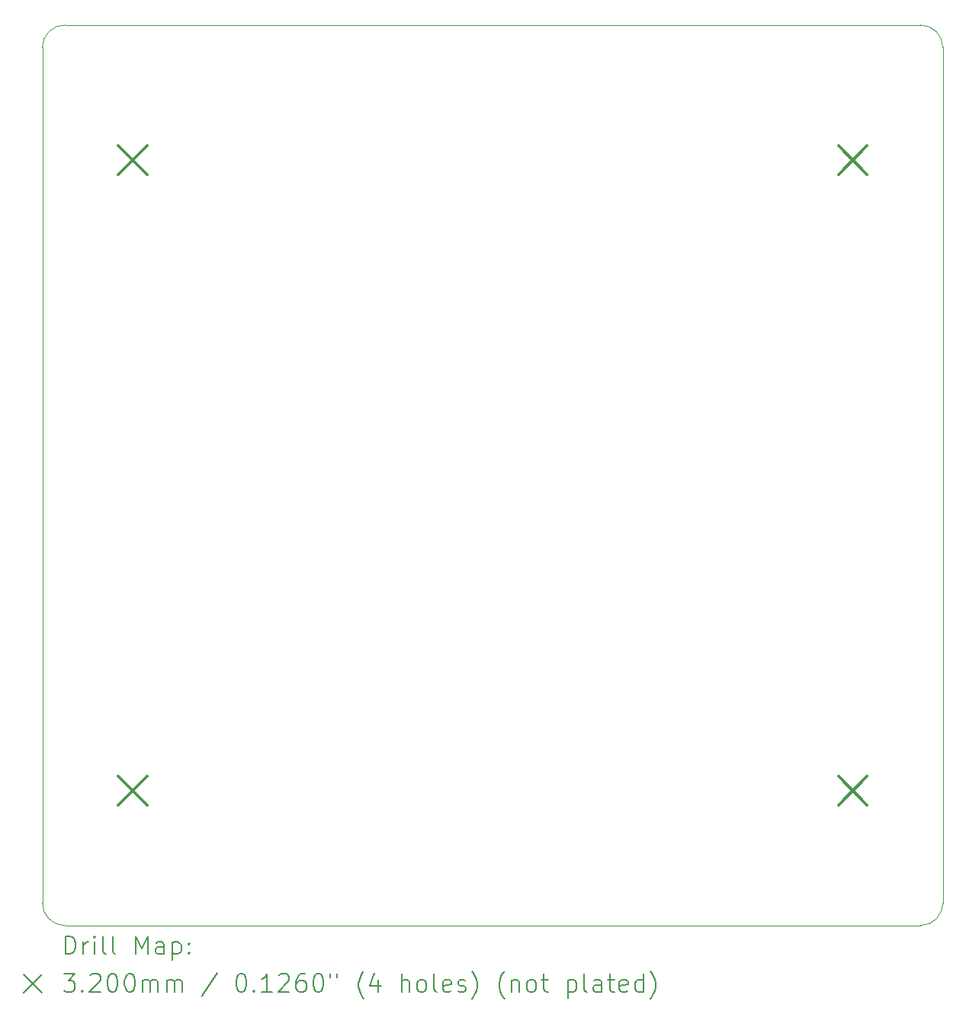
<source format=gbr>
%TF.GenerationSoftware,KiCad,Pcbnew,8.0.7*%
%TF.CreationDate,2025-01-07T02:17:38-08:00*%
%TF.ProjectId,standalone_pi_loop,7374616e-6461-46c6-9f6e-655f70695f6c,rev?*%
%TF.SameCoordinates,Original*%
%TF.FileFunction,Drillmap*%
%TF.FilePolarity,Positive*%
%FSLAX45Y45*%
G04 Gerber Fmt 4.5, Leading zero omitted, Abs format (unit mm)*
G04 Created by KiCad (PCBNEW 8.0.7) date 2025-01-07 02:17:38*
%MOMM*%
%LPD*%
G01*
G04 APERTURE LIST*
%ADD10C,0.100000*%
%ADD11C,0.200000*%
%ADD12C,0.320000*%
G04 APERTURE END LIST*
D10*
X10250000Y-15000000D02*
X19750000Y-15000000D01*
X10000000Y-5250000D02*
G75*
G02*
X10250000Y-5000000I250000J0D01*
G01*
X19750000Y-5000000D02*
G75*
G02*
X20000000Y-5250000I0J-250000D01*
G01*
X10250000Y-15000000D02*
G75*
G02*
X10000000Y-14750000I0J250000D01*
G01*
X19750000Y-5000000D02*
X10250000Y-5000000D01*
X20000000Y-5250000D02*
X20000000Y-14750000D01*
X10000000Y-5250000D02*
X10000000Y-14750000D01*
X20000000Y-14750000D02*
G75*
G02*
X19750000Y-15000000I-250000J0D01*
G01*
D11*
D12*
X10840000Y-6340000D02*
X11160000Y-6660000D01*
X11160000Y-6340000D02*
X10840000Y-6660000D01*
X10840000Y-13340000D02*
X11160000Y-13660000D01*
X11160000Y-13340000D02*
X10840000Y-13660000D01*
X18840000Y-6340000D02*
X19160000Y-6660000D01*
X19160000Y-6340000D02*
X18840000Y-6660000D01*
X18840000Y-13340000D02*
X19160000Y-13660000D01*
X19160000Y-13340000D02*
X18840000Y-13660000D01*
D11*
X10255777Y-15316484D02*
X10255777Y-15116484D01*
X10255777Y-15116484D02*
X10303396Y-15116484D01*
X10303396Y-15116484D02*
X10331967Y-15126008D01*
X10331967Y-15126008D02*
X10351015Y-15145055D01*
X10351015Y-15145055D02*
X10360539Y-15164103D01*
X10360539Y-15164103D02*
X10370063Y-15202198D01*
X10370063Y-15202198D02*
X10370063Y-15230769D01*
X10370063Y-15230769D02*
X10360539Y-15268865D01*
X10360539Y-15268865D02*
X10351015Y-15287912D01*
X10351015Y-15287912D02*
X10331967Y-15306960D01*
X10331967Y-15306960D02*
X10303396Y-15316484D01*
X10303396Y-15316484D02*
X10255777Y-15316484D01*
X10455777Y-15316484D02*
X10455777Y-15183150D01*
X10455777Y-15221246D02*
X10465301Y-15202198D01*
X10465301Y-15202198D02*
X10474824Y-15192674D01*
X10474824Y-15192674D02*
X10493872Y-15183150D01*
X10493872Y-15183150D02*
X10512920Y-15183150D01*
X10579586Y-15316484D02*
X10579586Y-15183150D01*
X10579586Y-15116484D02*
X10570063Y-15126008D01*
X10570063Y-15126008D02*
X10579586Y-15135531D01*
X10579586Y-15135531D02*
X10589110Y-15126008D01*
X10589110Y-15126008D02*
X10579586Y-15116484D01*
X10579586Y-15116484D02*
X10579586Y-15135531D01*
X10703396Y-15316484D02*
X10684348Y-15306960D01*
X10684348Y-15306960D02*
X10674824Y-15287912D01*
X10674824Y-15287912D02*
X10674824Y-15116484D01*
X10808158Y-15316484D02*
X10789110Y-15306960D01*
X10789110Y-15306960D02*
X10779586Y-15287912D01*
X10779586Y-15287912D02*
X10779586Y-15116484D01*
X11036729Y-15316484D02*
X11036729Y-15116484D01*
X11036729Y-15116484D02*
X11103396Y-15259341D01*
X11103396Y-15259341D02*
X11170063Y-15116484D01*
X11170063Y-15116484D02*
X11170063Y-15316484D01*
X11351015Y-15316484D02*
X11351015Y-15211722D01*
X11351015Y-15211722D02*
X11341491Y-15192674D01*
X11341491Y-15192674D02*
X11322443Y-15183150D01*
X11322443Y-15183150D02*
X11284348Y-15183150D01*
X11284348Y-15183150D02*
X11265301Y-15192674D01*
X11351015Y-15306960D02*
X11331967Y-15316484D01*
X11331967Y-15316484D02*
X11284348Y-15316484D01*
X11284348Y-15316484D02*
X11265301Y-15306960D01*
X11265301Y-15306960D02*
X11255777Y-15287912D01*
X11255777Y-15287912D02*
X11255777Y-15268865D01*
X11255777Y-15268865D02*
X11265301Y-15249817D01*
X11265301Y-15249817D02*
X11284348Y-15240293D01*
X11284348Y-15240293D02*
X11331967Y-15240293D01*
X11331967Y-15240293D02*
X11351015Y-15230769D01*
X11446253Y-15183150D02*
X11446253Y-15383150D01*
X11446253Y-15192674D02*
X11465301Y-15183150D01*
X11465301Y-15183150D02*
X11503396Y-15183150D01*
X11503396Y-15183150D02*
X11522443Y-15192674D01*
X11522443Y-15192674D02*
X11531967Y-15202198D01*
X11531967Y-15202198D02*
X11541491Y-15221246D01*
X11541491Y-15221246D02*
X11541491Y-15278388D01*
X11541491Y-15278388D02*
X11531967Y-15297436D01*
X11531967Y-15297436D02*
X11522443Y-15306960D01*
X11522443Y-15306960D02*
X11503396Y-15316484D01*
X11503396Y-15316484D02*
X11465301Y-15316484D01*
X11465301Y-15316484D02*
X11446253Y-15306960D01*
X11627205Y-15297436D02*
X11636729Y-15306960D01*
X11636729Y-15306960D02*
X11627205Y-15316484D01*
X11627205Y-15316484D02*
X11617682Y-15306960D01*
X11617682Y-15306960D02*
X11627205Y-15297436D01*
X11627205Y-15297436D02*
X11627205Y-15316484D01*
X11627205Y-15192674D02*
X11636729Y-15202198D01*
X11636729Y-15202198D02*
X11627205Y-15211722D01*
X11627205Y-15211722D02*
X11617682Y-15202198D01*
X11617682Y-15202198D02*
X11627205Y-15192674D01*
X11627205Y-15192674D02*
X11627205Y-15211722D01*
X9795000Y-15545000D02*
X9995000Y-15745000D01*
X9995000Y-15545000D02*
X9795000Y-15745000D01*
X10236729Y-15536484D02*
X10360539Y-15536484D01*
X10360539Y-15536484D02*
X10293872Y-15612674D01*
X10293872Y-15612674D02*
X10322444Y-15612674D01*
X10322444Y-15612674D02*
X10341491Y-15622198D01*
X10341491Y-15622198D02*
X10351015Y-15631722D01*
X10351015Y-15631722D02*
X10360539Y-15650769D01*
X10360539Y-15650769D02*
X10360539Y-15698388D01*
X10360539Y-15698388D02*
X10351015Y-15717436D01*
X10351015Y-15717436D02*
X10341491Y-15726960D01*
X10341491Y-15726960D02*
X10322444Y-15736484D01*
X10322444Y-15736484D02*
X10265301Y-15736484D01*
X10265301Y-15736484D02*
X10246253Y-15726960D01*
X10246253Y-15726960D02*
X10236729Y-15717436D01*
X10446253Y-15717436D02*
X10455777Y-15726960D01*
X10455777Y-15726960D02*
X10446253Y-15736484D01*
X10446253Y-15736484D02*
X10436729Y-15726960D01*
X10436729Y-15726960D02*
X10446253Y-15717436D01*
X10446253Y-15717436D02*
X10446253Y-15736484D01*
X10531967Y-15555531D02*
X10541491Y-15546008D01*
X10541491Y-15546008D02*
X10560539Y-15536484D01*
X10560539Y-15536484D02*
X10608158Y-15536484D01*
X10608158Y-15536484D02*
X10627205Y-15546008D01*
X10627205Y-15546008D02*
X10636729Y-15555531D01*
X10636729Y-15555531D02*
X10646253Y-15574579D01*
X10646253Y-15574579D02*
X10646253Y-15593627D01*
X10646253Y-15593627D02*
X10636729Y-15622198D01*
X10636729Y-15622198D02*
X10522444Y-15736484D01*
X10522444Y-15736484D02*
X10646253Y-15736484D01*
X10770063Y-15536484D02*
X10789110Y-15536484D01*
X10789110Y-15536484D02*
X10808158Y-15546008D01*
X10808158Y-15546008D02*
X10817682Y-15555531D01*
X10817682Y-15555531D02*
X10827205Y-15574579D01*
X10827205Y-15574579D02*
X10836729Y-15612674D01*
X10836729Y-15612674D02*
X10836729Y-15660293D01*
X10836729Y-15660293D02*
X10827205Y-15698388D01*
X10827205Y-15698388D02*
X10817682Y-15717436D01*
X10817682Y-15717436D02*
X10808158Y-15726960D01*
X10808158Y-15726960D02*
X10789110Y-15736484D01*
X10789110Y-15736484D02*
X10770063Y-15736484D01*
X10770063Y-15736484D02*
X10751015Y-15726960D01*
X10751015Y-15726960D02*
X10741491Y-15717436D01*
X10741491Y-15717436D02*
X10731967Y-15698388D01*
X10731967Y-15698388D02*
X10722444Y-15660293D01*
X10722444Y-15660293D02*
X10722444Y-15612674D01*
X10722444Y-15612674D02*
X10731967Y-15574579D01*
X10731967Y-15574579D02*
X10741491Y-15555531D01*
X10741491Y-15555531D02*
X10751015Y-15546008D01*
X10751015Y-15546008D02*
X10770063Y-15536484D01*
X10960539Y-15536484D02*
X10979586Y-15536484D01*
X10979586Y-15536484D02*
X10998634Y-15546008D01*
X10998634Y-15546008D02*
X11008158Y-15555531D01*
X11008158Y-15555531D02*
X11017682Y-15574579D01*
X11017682Y-15574579D02*
X11027205Y-15612674D01*
X11027205Y-15612674D02*
X11027205Y-15660293D01*
X11027205Y-15660293D02*
X11017682Y-15698388D01*
X11017682Y-15698388D02*
X11008158Y-15717436D01*
X11008158Y-15717436D02*
X10998634Y-15726960D01*
X10998634Y-15726960D02*
X10979586Y-15736484D01*
X10979586Y-15736484D02*
X10960539Y-15736484D01*
X10960539Y-15736484D02*
X10941491Y-15726960D01*
X10941491Y-15726960D02*
X10931967Y-15717436D01*
X10931967Y-15717436D02*
X10922444Y-15698388D01*
X10922444Y-15698388D02*
X10912920Y-15660293D01*
X10912920Y-15660293D02*
X10912920Y-15612674D01*
X10912920Y-15612674D02*
X10922444Y-15574579D01*
X10922444Y-15574579D02*
X10931967Y-15555531D01*
X10931967Y-15555531D02*
X10941491Y-15546008D01*
X10941491Y-15546008D02*
X10960539Y-15536484D01*
X11112920Y-15736484D02*
X11112920Y-15603150D01*
X11112920Y-15622198D02*
X11122444Y-15612674D01*
X11122444Y-15612674D02*
X11141491Y-15603150D01*
X11141491Y-15603150D02*
X11170063Y-15603150D01*
X11170063Y-15603150D02*
X11189110Y-15612674D01*
X11189110Y-15612674D02*
X11198634Y-15631722D01*
X11198634Y-15631722D02*
X11198634Y-15736484D01*
X11198634Y-15631722D02*
X11208158Y-15612674D01*
X11208158Y-15612674D02*
X11227205Y-15603150D01*
X11227205Y-15603150D02*
X11255777Y-15603150D01*
X11255777Y-15603150D02*
X11274824Y-15612674D01*
X11274824Y-15612674D02*
X11284348Y-15631722D01*
X11284348Y-15631722D02*
X11284348Y-15736484D01*
X11379586Y-15736484D02*
X11379586Y-15603150D01*
X11379586Y-15622198D02*
X11389110Y-15612674D01*
X11389110Y-15612674D02*
X11408158Y-15603150D01*
X11408158Y-15603150D02*
X11436729Y-15603150D01*
X11436729Y-15603150D02*
X11455777Y-15612674D01*
X11455777Y-15612674D02*
X11465301Y-15631722D01*
X11465301Y-15631722D02*
X11465301Y-15736484D01*
X11465301Y-15631722D02*
X11474824Y-15612674D01*
X11474824Y-15612674D02*
X11493872Y-15603150D01*
X11493872Y-15603150D02*
X11522443Y-15603150D01*
X11522443Y-15603150D02*
X11541491Y-15612674D01*
X11541491Y-15612674D02*
X11551015Y-15631722D01*
X11551015Y-15631722D02*
X11551015Y-15736484D01*
X11941491Y-15526960D02*
X11770063Y-15784103D01*
X12198634Y-15536484D02*
X12217682Y-15536484D01*
X12217682Y-15536484D02*
X12236729Y-15546008D01*
X12236729Y-15546008D02*
X12246253Y-15555531D01*
X12246253Y-15555531D02*
X12255777Y-15574579D01*
X12255777Y-15574579D02*
X12265301Y-15612674D01*
X12265301Y-15612674D02*
X12265301Y-15660293D01*
X12265301Y-15660293D02*
X12255777Y-15698388D01*
X12255777Y-15698388D02*
X12246253Y-15717436D01*
X12246253Y-15717436D02*
X12236729Y-15726960D01*
X12236729Y-15726960D02*
X12217682Y-15736484D01*
X12217682Y-15736484D02*
X12198634Y-15736484D01*
X12198634Y-15736484D02*
X12179586Y-15726960D01*
X12179586Y-15726960D02*
X12170063Y-15717436D01*
X12170063Y-15717436D02*
X12160539Y-15698388D01*
X12160539Y-15698388D02*
X12151015Y-15660293D01*
X12151015Y-15660293D02*
X12151015Y-15612674D01*
X12151015Y-15612674D02*
X12160539Y-15574579D01*
X12160539Y-15574579D02*
X12170063Y-15555531D01*
X12170063Y-15555531D02*
X12179586Y-15546008D01*
X12179586Y-15546008D02*
X12198634Y-15536484D01*
X12351015Y-15717436D02*
X12360539Y-15726960D01*
X12360539Y-15726960D02*
X12351015Y-15736484D01*
X12351015Y-15736484D02*
X12341491Y-15726960D01*
X12341491Y-15726960D02*
X12351015Y-15717436D01*
X12351015Y-15717436D02*
X12351015Y-15736484D01*
X12551015Y-15736484D02*
X12436729Y-15736484D01*
X12493872Y-15736484D02*
X12493872Y-15536484D01*
X12493872Y-15536484D02*
X12474825Y-15565055D01*
X12474825Y-15565055D02*
X12455777Y-15584103D01*
X12455777Y-15584103D02*
X12436729Y-15593627D01*
X12627206Y-15555531D02*
X12636729Y-15546008D01*
X12636729Y-15546008D02*
X12655777Y-15536484D01*
X12655777Y-15536484D02*
X12703396Y-15536484D01*
X12703396Y-15536484D02*
X12722444Y-15546008D01*
X12722444Y-15546008D02*
X12731967Y-15555531D01*
X12731967Y-15555531D02*
X12741491Y-15574579D01*
X12741491Y-15574579D02*
X12741491Y-15593627D01*
X12741491Y-15593627D02*
X12731967Y-15622198D01*
X12731967Y-15622198D02*
X12617682Y-15736484D01*
X12617682Y-15736484D02*
X12741491Y-15736484D01*
X12912920Y-15536484D02*
X12874825Y-15536484D01*
X12874825Y-15536484D02*
X12855777Y-15546008D01*
X12855777Y-15546008D02*
X12846253Y-15555531D01*
X12846253Y-15555531D02*
X12827206Y-15584103D01*
X12827206Y-15584103D02*
X12817682Y-15622198D01*
X12817682Y-15622198D02*
X12817682Y-15698388D01*
X12817682Y-15698388D02*
X12827206Y-15717436D01*
X12827206Y-15717436D02*
X12836729Y-15726960D01*
X12836729Y-15726960D02*
X12855777Y-15736484D01*
X12855777Y-15736484D02*
X12893872Y-15736484D01*
X12893872Y-15736484D02*
X12912920Y-15726960D01*
X12912920Y-15726960D02*
X12922444Y-15717436D01*
X12922444Y-15717436D02*
X12931967Y-15698388D01*
X12931967Y-15698388D02*
X12931967Y-15650769D01*
X12931967Y-15650769D02*
X12922444Y-15631722D01*
X12922444Y-15631722D02*
X12912920Y-15622198D01*
X12912920Y-15622198D02*
X12893872Y-15612674D01*
X12893872Y-15612674D02*
X12855777Y-15612674D01*
X12855777Y-15612674D02*
X12836729Y-15622198D01*
X12836729Y-15622198D02*
X12827206Y-15631722D01*
X12827206Y-15631722D02*
X12817682Y-15650769D01*
X13055777Y-15536484D02*
X13074825Y-15536484D01*
X13074825Y-15536484D02*
X13093872Y-15546008D01*
X13093872Y-15546008D02*
X13103396Y-15555531D01*
X13103396Y-15555531D02*
X13112920Y-15574579D01*
X13112920Y-15574579D02*
X13122444Y-15612674D01*
X13122444Y-15612674D02*
X13122444Y-15660293D01*
X13122444Y-15660293D02*
X13112920Y-15698388D01*
X13112920Y-15698388D02*
X13103396Y-15717436D01*
X13103396Y-15717436D02*
X13093872Y-15726960D01*
X13093872Y-15726960D02*
X13074825Y-15736484D01*
X13074825Y-15736484D02*
X13055777Y-15736484D01*
X13055777Y-15736484D02*
X13036729Y-15726960D01*
X13036729Y-15726960D02*
X13027206Y-15717436D01*
X13027206Y-15717436D02*
X13017682Y-15698388D01*
X13017682Y-15698388D02*
X13008158Y-15660293D01*
X13008158Y-15660293D02*
X13008158Y-15612674D01*
X13008158Y-15612674D02*
X13017682Y-15574579D01*
X13017682Y-15574579D02*
X13027206Y-15555531D01*
X13027206Y-15555531D02*
X13036729Y-15546008D01*
X13036729Y-15546008D02*
X13055777Y-15536484D01*
X13198634Y-15536484D02*
X13198634Y-15574579D01*
X13274825Y-15536484D02*
X13274825Y-15574579D01*
X13570063Y-15812674D02*
X13560539Y-15803150D01*
X13560539Y-15803150D02*
X13541491Y-15774579D01*
X13541491Y-15774579D02*
X13531968Y-15755531D01*
X13531968Y-15755531D02*
X13522444Y-15726960D01*
X13522444Y-15726960D02*
X13512920Y-15679341D01*
X13512920Y-15679341D02*
X13512920Y-15641246D01*
X13512920Y-15641246D02*
X13522444Y-15593627D01*
X13522444Y-15593627D02*
X13531968Y-15565055D01*
X13531968Y-15565055D02*
X13541491Y-15546008D01*
X13541491Y-15546008D02*
X13560539Y-15517436D01*
X13560539Y-15517436D02*
X13570063Y-15507912D01*
X13731968Y-15603150D02*
X13731968Y-15736484D01*
X13684348Y-15526960D02*
X13636729Y-15669817D01*
X13636729Y-15669817D02*
X13760539Y-15669817D01*
X13989110Y-15736484D02*
X13989110Y-15536484D01*
X14074825Y-15736484D02*
X14074825Y-15631722D01*
X14074825Y-15631722D02*
X14065301Y-15612674D01*
X14065301Y-15612674D02*
X14046253Y-15603150D01*
X14046253Y-15603150D02*
X14017682Y-15603150D01*
X14017682Y-15603150D02*
X13998634Y-15612674D01*
X13998634Y-15612674D02*
X13989110Y-15622198D01*
X14198634Y-15736484D02*
X14179587Y-15726960D01*
X14179587Y-15726960D02*
X14170063Y-15717436D01*
X14170063Y-15717436D02*
X14160539Y-15698388D01*
X14160539Y-15698388D02*
X14160539Y-15641246D01*
X14160539Y-15641246D02*
X14170063Y-15622198D01*
X14170063Y-15622198D02*
X14179587Y-15612674D01*
X14179587Y-15612674D02*
X14198634Y-15603150D01*
X14198634Y-15603150D02*
X14227206Y-15603150D01*
X14227206Y-15603150D02*
X14246253Y-15612674D01*
X14246253Y-15612674D02*
X14255777Y-15622198D01*
X14255777Y-15622198D02*
X14265301Y-15641246D01*
X14265301Y-15641246D02*
X14265301Y-15698388D01*
X14265301Y-15698388D02*
X14255777Y-15717436D01*
X14255777Y-15717436D02*
X14246253Y-15726960D01*
X14246253Y-15726960D02*
X14227206Y-15736484D01*
X14227206Y-15736484D02*
X14198634Y-15736484D01*
X14379587Y-15736484D02*
X14360539Y-15726960D01*
X14360539Y-15726960D02*
X14351015Y-15707912D01*
X14351015Y-15707912D02*
X14351015Y-15536484D01*
X14531968Y-15726960D02*
X14512920Y-15736484D01*
X14512920Y-15736484D02*
X14474825Y-15736484D01*
X14474825Y-15736484D02*
X14455777Y-15726960D01*
X14455777Y-15726960D02*
X14446253Y-15707912D01*
X14446253Y-15707912D02*
X14446253Y-15631722D01*
X14446253Y-15631722D02*
X14455777Y-15612674D01*
X14455777Y-15612674D02*
X14474825Y-15603150D01*
X14474825Y-15603150D02*
X14512920Y-15603150D01*
X14512920Y-15603150D02*
X14531968Y-15612674D01*
X14531968Y-15612674D02*
X14541491Y-15631722D01*
X14541491Y-15631722D02*
X14541491Y-15650769D01*
X14541491Y-15650769D02*
X14446253Y-15669817D01*
X14617682Y-15726960D02*
X14636730Y-15736484D01*
X14636730Y-15736484D02*
X14674825Y-15736484D01*
X14674825Y-15736484D02*
X14693872Y-15726960D01*
X14693872Y-15726960D02*
X14703396Y-15707912D01*
X14703396Y-15707912D02*
X14703396Y-15698388D01*
X14703396Y-15698388D02*
X14693872Y-15679341D01*
X14693872Y-15679341D02*
X14674825Y-15669817D01*
X14674825Y-15669817D02*
X14646253Y-15669817D01*
X14646253Y-15669817D02*
X14627206Y-15660293D01*
X14627206Y-15660293D02*
X14617682Y-15641246D01*
X14617682Y-15641246D02*
X14617682Y-15631722D01*
X14617682Y-15631722D02*
X14627206Y-15612674D01*
X14627206Y-15612674D02*
X14646253Y-15603150D01*
X14646253Y-15603150D02*
X14674825Y-15603150D01*
X14674825Y-15603150D02*
X14693872Y-15612674D01*
X14770063Y-15812674D02*
X14779587Y-15803150D01*
X14779587Y-15803150D02*
X14798634Y-15774579D01*
X14798634Y-15774579D02*
X14808158Y-15755531D01*
X14808158Y-15755531D02*
X14817682Y-15726960D01*
X14817682Y-15726960D02*
X14827206Y-15679341D01*
X14827206Y-15679341D02*
X14827206Y-15641246D01*
X14827206Y-15641246D02*
X14817682Y-15593627D01*
X14817682Y-15593627D02*
X14808158Y-15565055D01*
X14808158Y-15565055D02*
X14798634Y-15546008D01*
X14798634Y-15546008D02*
X14779587Y-15517436D01*
X14779587Y-15517436D02*
X14770063Y-15507912D01*
X15131968Y-15812674D02*
X15122444Y-15803150D01*
X15122444Y-15803150D02*
X15103396Y-15774579D01*
X15103396Y-15774579D02*
X15093872Y-15755531D01*
X15093872Y-15755531D02*
X15084349Y-15726960D01*
X15084349Y-15726960D02*
X15074825Y-15679341D01*
X15074825Y-15679341D02*
X15074825Y-15641246D01*
X15074825Y-15641246D02*
X15084349Y-15593627D01*
X15084349Y-15593627D02*
X15093872Y-15565055D01*
X15093872Y-15565055D02*
X15103396Y-15546008D01*
X15103396Y-15546008D02*
X15122444Y-15517436D01*
X15122444Y-15517436D02*
X15131968Y-15507912D01*
X15208158Y-15603150D02*
X15208158Y-15736484D01*
X15208158Y-15622198D02*
X15217682Y-15612674D01*
X15217682Y-15612674D02*
X15236730Y-15603150D01*
X15236730Y-15603150D02*
X15265301Y-15603150D01*
X15265301Y-15603150D02*
X15284349Y-15612674D01*
X15284349Y-15612674D02*
X15293872Y-15631722D01*
X15293872Y-15631722D02*
X15293872Y-15736484D01*
X15417682Y-15736484D02*
X15398634Y-15726960D01*
X15398634Y-15726960D02*
X15389111Y-15717436D01*
X15389111Y-15717436D02*
X15379587Y-15698388D01*
X15379587Y-15698388D02*
X15379587Y-15641246D01*
X15379587Y-15641246D02*
X15389111Y-15622198D01*
X15389111Y-15622198D02*
X15398634Y-15612674D01*
X15398634Y-15612674D02*
X15417682Y-15603150D01*
X15417682Y-15603150D02*
X15446253Y-15603150D01*
X15446253Y-15603150D02*
X15465301Y-15612674D01*
X15465301Y-15612674D02*
X15474825Y-15622198D01*
X15474825Y-15622198D02*
X15484349Y-15641246D01*
X15484349Y-15641246D02*
X15484349Y-15698388D01*
X15484349Y-15698388D02*
X15474825Y-15717436D01*
X15474825Y-15717436D02*
X15465301Y-15726960D01*
X15465301Y-15726960D02*
X15446253Y-15736484D01*
X15446253Y-15736484D02*
X15417682Y-15736484D01*
X15541492Y-15603150D02*
X15617682Y-15603150D01*
X15570063Y-15536484D02*
X15570063Y-15707912D01*
X15570063Y-15707912D02*
X15579587Y-15726960D01*
X15579587Y-15726960D02*
X15598634Y-15736484D01*
X15598634Y-15736484D02*
X15617682Y-15736484D01*
X15836730Y-15603150D02*
X15836730Y-15803150D01*
X15836730Y-15612674D02*
X15855777Y-15603150D01*
X15855777Y-15603150D02*
X15893873Y-15603150D01*
X15893873Y-15603150D02*
X15912920Y-15612674D01*
X15912920Y-15612674D02*
X15922444Y-15622198D01*
X15922444Y-15622198D02*
X15931968Y-15641246D01*
X15931968Y-15641246D02*
X15931968Y-15698388D01*
X15931968Y-15698388D02*
X15922444Y-15717436D01*
X15922444Y-15717436D02*
X15912920Y-15726960D01*
X15912920Y-15726960D02*
X15893873Y-15736484D01*
X15893873Y-15736484D02*
X15855777Y-15736484D01*
X15855777Y-15736484D02*
X15836730Y-15726960D01*
X16046253Y-15736484D02*
X16027206Y-15726960D01*
X16027206Y-15726960D02*
X16017682Y-15707912D01*
X16017682Y-15707912D02*
X16017682Y-15536484D01*
X16208158Y-15736484D02*
X16208158Y-15631722D01*
X16208158Y-15631722D02*
X16198634Y-15612674D01*
X16198634Y-15612674D02*
X16179587Y-15603150D01*
X16179587Y-15603150D02*
X16141492Y-15603150D01*
X16141492Y-15603150D02*
X16122444Y-15612674D01*
X16208158Y-15726960D02*
X16189111Y-15736484D01*
X16189111Y-15736484D02*
X16141492Y-15736484D01*
X16141492Y-15736484D02*
X16122444Y-15726960D01*
X16122444Y-15726960D02*
X16112920Y-15707912D01*
X16112920Y-15707912D02*
X16112920Y-15688865D01*
X16112920Y-15688865D02*
X16122444Y-15669817D01*
X16122444Y-15669817D02*
X16141492Y-15660293D01*
X16141492Y-15660293D02*
X16189111Y-15660293D01*
X16189111Y-15660293D02*
X16208158Y-15650769D01*
X16274825Y-15603150D02*
X16351015Y-15603150D01*
X16303396Y-15536484D02*
X16303396Y-15707912D01*
X16303396Y-15707912D02*
X16312920Y-15726960D01*
X16312920Y-15726960D02*
X16331968Y-15736484D01*
X16331968Y-15736484D02*
X16351015Y-15736484D01*
X16493873Y-15726960D02*
X16474825Y-15736484D01*
X16474825Y-15736484D02*
X16436730Y-15736484D01*
X16436730Y-15736484D02*
X16417682Y-15726960D01*
X16417682Y-15726960D02*
X16408158Y-15707912D01*
X16408158Y-15707912D02*
X16408158Y-15631722D01*
X16408158Y-15631722D02*
X16417682Y-15612674D01*
X16417682Y-15612674D02*
X16436730Y-15603150D01*
X16436730Y-15603150D02*
X16474825Y-15603150D01*
X16474825Y-15603150D02*
X16493873Y-15612674D01*
X16493873Y-15612674D02*
X16503396Y-15631722D01*
X16503396Y-15631722D02*
X16503396Y-15650769D01*
X16503396Y-15650769D02*
X16408158Y-15669817D01*
X16674825Y-15736484D02*
X16674825Y-15536484D01*
X16674825Y-15726960D02*
X16655777Y-15736484D01*
X16655777Y-15736484D02*
X16617682Y-15736484D01*
X16617682Y-15736484D02*
X16598634Y-15726960D01*
X16598634Y-15726960D02*
X16589111Y-15717436D01*
X16589111Y-15717436D02*
X16579587Y-15698388D01*
X16579587Y-15698388D02*
X16579587Y-15641246D01*
X16579587Y-15641246D02*
X16589111Y-15622198D01*
X16589111Y-15622198D02*
X16598634Y-15612674D01*
X16598634Y-15612674D02*
X16617682Y-15603150D01*
X16617682Y-15603150D02*
X16655777Y-15603150D01*
X16655777Y-15603150D02*
X16674825Y-15612674D01*
X16751015Y-15812674D02*
X16760539Y-15803150D01*
X16760539Y-15803150D02*
X16779587Y-15774579D01*
X16779587Y-15774579D02*
X16789111Y-15755531D01*
X16789111Y-15755531D02*
X16798635Y-15726960D01*
X16798635Y-15726960D02*
X16808158Y-15679341D01*
X16808158Y-15679341D02*
X16808158Y-15641246D01*
X16808158Y-15641246D02*
X16798635Y-15593627D01*
X16798635Y-15593627D02*
X16789111Y-15565055D01*
X16789111Y-15565055D02*
X16779587Y-15546008D01*
X16779587Y-15546008D02*
X16760539Y-15517436D01*
X16760539Y-15517436D02*
X16751015Y-15507912D01*
M02*

</source>
